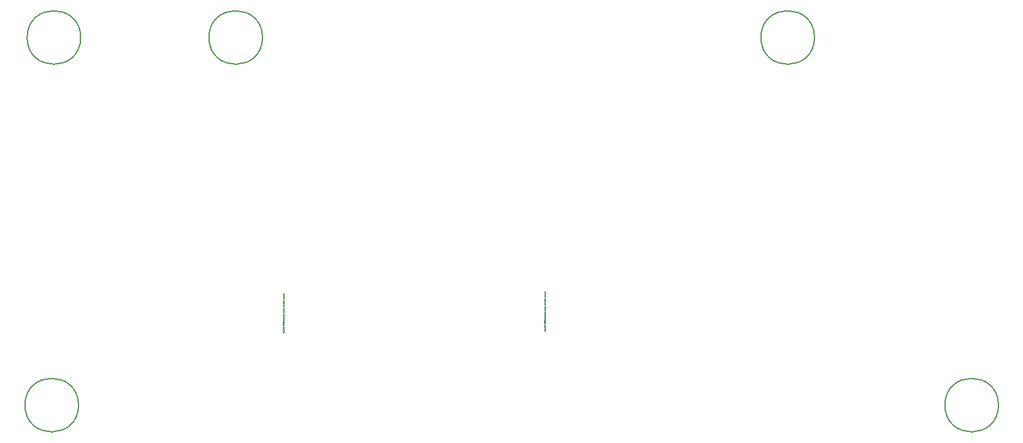
<source format=gbr>
G04 #@! TF.GenerationSoftware,KiCad,Pcbnew,(5.1.5)-3*
G04 #@! TF.CreationDate,2020-04-03T23:56:41-04:00*
G04 #@! TF.ProjectId,BBB_16,4242425f-3136-42e6-9b69-6361645f7063,v1*
G04 #@! TF.SameCoordinates,Original*
G04 #@! TF.FileFunction,Other,Comment*
%FSLAX46Y46*%
G04 Gerber Fmt 4.6, Leading zero omitted, Abs format (unit mm)*
G04 Created by KiCad (PCBNEW (5.1.5)-3) date 2020-04-03 23:56:41*
%MOMM*%
%LPD*%
G04 APERTURE LIST*
%ADD10C,0.150000*%
%ADD11C,0.002000*%
G04 APERTURE END LIST*
D10*
X186427600Y-66318600D02*
G75*
G03X186427600Y-66318600I-3700000J0D01*
G01*
X110227600Y-66318600D02*
G75*
G03X110227600Y-66318600I-3700000J0D01*
G01*
X85127600Y-66318600D02*
G75*
G03X85127600Y-66318600I-3700000J0D01*
G01*
X84827600Y-117118600D02*
G75*
G03X84827600Y-117118600I-3700000J0D01*
G01*
X211827600Y-117118600D02*
G75*
G03X211827600Y-117118600I-3700000J0D01*
G01*
D11*
X149230357Y-106785633D02*
X149236404Y-106791680D01*
X149242452Y-106809823D01*
X149242452Y-106821919D01*
X149236404Y-106840061D01*
X149224309Y-106852157D01*
X149212214Y-106858204D01*
X149188023Y-106864252D01*
X149169880Y-106864252D01*
X149145690Y-106858204D01*
X149133595Y-106852157D01*
X149121500Y-106840061D01*
X149115452Y-106821919D01*
X149115452Y-106809823D01*
X149121500Y-106791680D01*
X149127547Y-106785633D01*
X149242452Y-106713061D02*
X149236404Y-106725157D01*
X149230357Y-106731204D01*
X149218261Y-106737252D01*
X149181976Y-106737252D01*
X149169880Y-106731204D01*
X149163833Y-106725157D01*
X149157785Y-106713061D01*
X149157785Y-106694919D01*
X149163833Y-106682823D01*
X149169880Y-106676776D01*
X149181976Y-106670728D01*
X149218261Y-106670728D01*
X149230357Y-106676776D01*
X149236404Y-106682823D01*
X149242452Y-106694919D01*
X149242452Y-106713061D01*
X149157785Y-106616300D02*
X149284785Y-106616300D01*
X149163833Y-106616300D02*
X149157785Y-106604204D01*
X149157785Y-106580014D01*
X149163833Y-106567919D01*
X149169880Y-106561871D01*
X149181976Y-106555823D01*
X149218261Y-106555823D01*
X149230357Y-106561871D01*
X149236404Y-106567919D01*
X149242452Y-106580014D01*
X149242452Y-106604204D01*
X149236404Y-106616300D01*
X149157785Y-106513490D02*
X149242452Y-106483252D01*
X149157785Y-106453014D02*
X149242452Y-106483252D01*
X149272690Y-106495347D01*
X149278738Y-106501395D01*
X149284785Y-106513490D01*
X149242452Y-106404633D02*
X149157785Y-106404633D01*
X149181976Y-106404633D02*
X149169880Y-106398585D01*
X149163833Y-106392538D01*
X149157785Y-106380442D01*
X149157785Y-106368347D01*
X149242452Y-106326014D02*
X149157785Y-106326014D01*
X149115452Y-106326014D02*
X149121500Y-106332061D01*
X149127547Y-106326014D01*
X149121500Y-106319966D01*
X149115452Y-106326014D01*
X149127547Y-106326014D01*
X149157785Y-106211109D02*
X149260595Y-106211109D01*
X149272690Y-106217157D01*
X149278738Y-106223204D01*
X149284785Y-106235300D01*
X149284785Y-106253442D01*
X149278738Y-106265538D01*
X149236404Y-106211109D02*
X149242452Y-106223204D01*
X149242452Y-106247395D01*
X149236404Y-106259490D01*
X149230357Y-106265538D01*
X149218261Y-106271585D01*
X149181976Y-106271585D01*
X149169880Y-106265538D01*
X149163833Y-106259490D01*
X149157785Y-106247395D01*
X149157785Y-106223204D01*
X149163833Y-106211109D01*
X149242452Y-106150633D02*
X149115452Y-106150633D01*
X149242452Y-106096204D02*
X149175928Y-106096204D01*
X149163833Y-106102252D01*
X149157785Y-106114347D01*
X149157785Y-106132490D01*
X149163833Y-106144585D01*
X149169880Y-106150633D01*
X149157785Y-106053871D02*
X149157785Y-106005490D01*
X149115452Y-106035728D02*
X149224309Y-106035728D01*
X149236404Y-106029680D01*
X149242452Y-106017585D01*
X149242452Y-106005490D01*
X149127547Y-105872442D02*
X149121500Y-105866395D01*
X149115452Y-105854300D01*
X149115452Y-105824061D01*
X149121500Y-105811966D01*
X149127547Y-105805919D01*
X149139642Y-105799871D01*
X149151738Y-105799871D01*
X149169880Y-105805919D01*
X149242452Y-105878490D01*
X149242452Y-105799871D01*
X149115452Y-105721252D02*
X149115452Y-105709157D01*
X149121500Y-105697061D01*
X149127547Y-105691014D01*
X149139642Y-105684966D01*
X149163833Y-105678919D01*
X149194071Y-105678919D01*
X149218261Y-105684966D01*
X149230357Y-105691014D01*
X149236404Y-105697061D01*
X149242452Y-105709157D01*
X149242452Y-105721252D01*
X149236404Y-105733347D01*
X149230357Y-105739395D01*
X149218261Y-105745442D01*
X149194071Y-105751490D01*
X149163833Y-105751490D01*
X149139642Y-105745442D01*
X149127547Y-105739395D01*
X149121500Y-105733347D01*
X149115452Y-105721252D01*
X149242452Y-105557966D02*
X149242452Y-105630538D01*
X149242452Y-105594252D02*
X149115452Y-105594252D01*
X149133595Y-105606347D01*
X149145690Y-105618442D01*
X149151738Y-105630538D01*
X149115452Y-105449109D02*
X149115452Y-105473300D01*
X149121500Y-105485395D01*
X149127547Y-105491442D01*
X149145690Y-105503538D01*
X149169880Y-105509585D01*
X149218261Y-105509585D01*
X149230357Y-105503538D01*
X149236404Y-105497490D01*
X149242452Y-105485395D01*
X149242452Y-105461204D01*
X149236404Y-105449109D01*
X149230357Y-105443061D01*
X149218261Y-105437014D01*
X149188023Y-105437014D01*
X149175928Y-105443061D01*
X149169880Y-105449109D01*
X149163833Y-105461204D01*
X149163833Y-105485395D01*
X149169880Y-105497490D01*
X149175928Y-105503538D01*
X149188023Y-105509585D01*
X149206166Y-105291871D02*
X149206166Y-105231395D01*
X149242452Y-105303966D02*
X149115452Y-105261633D01*
X149242452Y-105219300D01*
X149236404Y-105122538D02*
X149242452Y-105134633D01*
X149242452Y-105158823D01*
X149236404Y-105170919D01*
X149230357Y-105176966D01*
X149218261Y-105183014D01*
X149181976Y-105183014D01*
X149169880Y-105176966D01*
X149163833Y-105170919D01*
X149157785Y-105158823D01*
X149157785Y-105134633D01*
X149163833Y-105122538D01*
X149236404Y-105013680D02*
X149242452Y-105025776D01*
X149242452Y-105049966D01*
X149236404Y-105062061D01*
X149230357Y-105068109D01*
X149218261Y-105074157D01*
X149181976Y-105074157D01*
X149169880Y-105068109D01*
X149163833Y-105062061D01*
X149157785Y-105049966D01*
X149157785Y-105025776D01*
X149163833Y-105013680D01*
X149236404Y-104910871D02*
X149242452Y-104922966D01*
X149242452Y-104947157D01*
X149236404Y-104959252D01*
X149224309Y-104965300D01*
X149175928Y-104965300D01*
X149163833Y-104959252D01*
X149157785Y-104947157D01*
X149157785Y-104922966D01*
X149163833Y-104910871D01*
X149175928Y-104904823D01*
X149188023Y-104904823D01*
X149200119Y-104965300D01*
X149242452Y-104832252D02*
X149236404Y-104844347D01*
X149224309Y-104850395D01*
X149115452Y-104850395D01*
X149236404Y-104735490D02*
X149242452Y-104747585D01*
X149242452Y-104771776D01*
X149236404Y-104783871D01*
X149224309Y-104789919D01*
X149175928Y-104789919D01*
X149163833Y-104783871D01*
X149157785Y-104771776D01*
X149157785Y-104747585D01*
X149163833Y-104735490D01*
X149175928Y-104729442D01*
X149188023Y-104729442D01*
X149200119Y-104789919D01*
X149242452Y-104675014D02*
X149157785Y-104675014D01*
X149181976Y-104675014D02*
X149169880Y-104668966D01*
X149163833Y-104662919D01*
X149157785Y-104650823D01*
X149157785Y-104638728D01*
X149242452Y-104541966D02*
X149175928Y-104541966D01*
X149163833Y-104548014D01*
X149157785Y-104560109D01*
X149157785Y-104584300D01*
X149163833Y-104596395D01*
X149236404Y-104541966D02*
X149242452Y-104554061D01*
X149242452Y-104584300D01*
X149236404Y-104596395D01*
X149224309Y-104602442D01*
X149212214Y-104602442D01*
X149200119Y-104596395D01*
X149194071Y-104584300D01*
X149194071Y-104554061D01*
X149188023Y-104541966D01*
X149157785Y-104499633D02*
X149157785Y-104451252D01*
X149115452Y-104481490D02*
X149224309Y-104481490D01*
X149236404Y-104475442D01*
X149242452Y-104463347D01*
X149242452Y-104451252D01*
X149236404Y-104360538D02*
X149242452Y-104372633D01*
X149242452Y-104396823D01*
X149236404Y-104408919D01*
X149224309Y-104414966D01*
X149175928Y-104414966D01*
X149163833Y-104408919D01*
X149157785Y-104396823D01*
X149157785Y-104372633D01*
X149163833Y-104360538D01*
X149175928Y-104354490D01*
X149188023Y-104354490D01*
X149200119Y-104414966D01*
X149242452Y-104245633D02*
X149115452Y-104245633D01*
X149236404Y-104245633D02*
X149242452Y-104257728D01*
X149242452Y-104281919D01*
X149236404Y-104294014D01*
X149230357Y-104300061D01*
X149218261Y-104306109D01*
X149181976Y-104306109D01*
X149169880Y-104300061D01*
X149163833Y-104294014D01*
X149157785Y-104281919D01*
X149157785Y-104257728D01*
X149163833Y-104245633D01*
X149242452Y-104088395D02*
X149115452Y-104088395D01*
X149115452Y-104058157D01*
X149121500Y-104040014D01*
X149133595Y-104027919D01*
X149145690Y-104021871D01*
X149169880Y-104015823D01*
X149188023Y-104015823D01*
X149212214Y-104021871D01*
X149224309Y-104027919D01*
X149236404Y-104040014D01*
X149242452Y-104058157D01*
X149242452Y-104088395D01*
X149236404Y-103913014D02*
X149242452Y-103925109D01*
X149242452Y-103949300D01*
X149236404Y-103961395D01*
X149224309Y-103967442D01*
X149175928Y-103967442D01*
X149163833Y-103961395D01*
X149157785Y-103949300D01*
X149157785Y-103925109D01*
X149163833Y-103913014D01*
X149175928Y-103906966D01*
X149188023Y-103906966D01*
X149200119Y-103967442D01*
X149236404Y-103858585D02*
X149242452Y-103846490D01*
X149242452Y-103822300D01*
X149236404Y-103810204D01*
X149224309Y-103804157D01*
X149218261Y-103804157D01*
X149206166Y-103810204D01*
X149200119Y-103822300D01*
X149200119Y-103840442D01*
X149194071Y-103852538D01*
X149181976Y-103858585D01*
X149175928Y-103858585D01*
X149163833Y-103852538D01*
X149157785Y-103840442D01*
X149157785Y-103822300D01*
X149163833Y-103810204D01*
X149242452Y-103749728D02*
X149157785Y-103749728D01*
X149115452Y-103749728D02*
X149121500Y-103755776D01*
X149127547Y-103749728D01*
X149121500Y-103743680D01*
X149115452Y-103749728D01*
X149127547Y-103749728D01*
X149157785Y-103634823D02*
X149260595Y-103634823D01*
X149272690Y-103640871D01*
X149278738Y-103646919D01*
X149284785Y-103659014D01*
X149284785Y-103677157D01*
X149278738Y-103689252D01*
X149236404Y-103634823D02*
X149242452Y-103646919D01*
X149242452Y-103671109D01*
X149236404Y-103683204D01*
X149230357Y-103689252D01*
X149218261Y-103695300D01*
X149181976Y-103695300D01*
X149169880Y-103689252D01*
X149163833Y-103683204D01*
X149157785Y-103671109D01*
X149157785Y-103646919D01*
X149163833Y-103634823D01*
X149157785Y-103574347D02*
X149242452Y-103574347D01*
X149169880Y-103574347D02*
X149163833Y-103568300D01*
X149157785Y-103556204D01*
X149157785Y-103538061D01*
X149163833Y-103525966D01*
X149175928Y-103519919D01*
X149242452Y-103519919D01*
X149236404Y-103465490D02*
X149242452Y-103453395D01*
X149242452Y-103429204D01*
X149236404Y-103417109D01*
X149224309Y-103411061D01*
X149218261Y-103411061D01*
X149206166Y-103417109D01*
X149200119Y-103429204D01*
X149200119Y-103447347D01*
X149194071Y-103459442D01*
X149181976Y-103465490D01*
X149175928Y-103465490D01*
X149163833Y-103459442D01*
X149157785Y-103447347D01*
X149157785Y-103429204D01*
X149163833Y-103417109D01*
X149230357Y-103356633D02*
X149236404Y-103350585D01*
X149242452Y-103356633D01*
X149236404Y-103362680D01*
X149230357Y-103356633D01*
X149242452Y-103356633D01*
X149206166Y-103205442D02*
X149206166Y-103144966D01*
X149242452Y-103217538D02*
X149115452Y-103175204D01*
X149242452Y-103132871D01*
X149242452Y-103072395D02*
X149236404Y-103084490D01*
X149224309Y-103090538D01*
X149115452Y-103090538D01*
X149242452Y-103005871D02*
X149236404Y-103017966D01*
X149224309Y-103024014D01*
X149115452Y-103024014D01*
X149242452Y-102860728D02*
X149157785Y-102860728D01*
X149181976Y-102860728D02*
X149169880Y-102854680D01*
X149163833Y-102848633D01*
X149157785Y-102836538D01*
X149157785Y-102824442D01*
X149242452Y-102782109D02*
X149157785Y-102782109D01*
X149115452Y-102782109D02*
X149121500Y-102788157D01*
X149127547Y-102782109D01*
X149121500Y-102776061D01*
X149115452Y-102782109D01*
X149127547Y-102782109D01*
X149157785Y-102667204D02*
X149260595Y-102667204D01*
X149272690Y-102673252D01*
X149278738Y-102679300D01*
X149284785Y-102691395D01*
X149284785Y-102709538D01*
X149278738Y-102721633D01*
X149236404Y-102667204D02*
X149242452Y-102679300D01*
X149242452Y-102703490D01*
X149236404Y-102715585D01*
X149230357Y-102721633D01*
X149218261Y-102727680D01*
X149181976Y-102727680D01*
X149169880Y-102721633D01*
X149163833Y-102715585D01*
X149157785Y-102703490D01*
X149157785Y-102679300D01*
X149163833Y-102667204D01*
X149242452Y-102606728D02*
X149115452Y-102606728D01*
X149242452Y-102552300D02*
X149175928Y-102552300D01*
X149163833Y-102558347D01*
X149157785Y-102570442D01*
X149157785Y-102588585D01*
X149163833Y-102600680D01*
X149169880Y-102606728D01*
X149157785Y-102509966D02*
X149157785Y-102461585D01*
X149115452Y-102491823D02*
X149224309Y-102491823D01*
X149236404Y-102485776D01*
X149242452Y-102473680D01*
X149242452Y-102461585D01*
X149236404Y-102425300D02*
X149242452Y-102413204D01*
X149242452Y-102389014D01*
X149236404Y-102376919D01*
X149224309Y-102370871D01*
X149218261Y-102370871D01*
X149206166Y-102376919D01*
X149200119Y-102389014D01*
X149200119Y-102407157D01*
X149194071Y-102419252D01*
X149181976Y-102425300D01*
X149175928Y-102425300D01*
X149163833Y-102419252D01*
X149157785Y-102407157D01*
X149157785Y-102389014D01*
X149163833Y-102376919D01*
X149242452Y-102219680D02*
X149157785Y-102219680D01*
X149181976Y-102219680D02*
X149169880Y-102213633D01*
X149163833Y-102207585D01*
X149157785Y-102195490D01*
X149157785Y-102183395D01*
X149236404Y-102092680D02*
X149242452Y-102104776D01*
X149242452Y-102128966D01*
X149236404Y-102141061D01*
X149224309Y-102147109D01*
X149175928Y-102147109D01*
X149163833Y-102141061D01*
X149157785Y-102128966D01*
X149157785Y-102104776D01*
X149163833Y-102092680D01*
X149175928Y-102086633D01*
X149188023Y-102086633D01*
X149200119Y-102147109D01*
X149236404Y-102038252D02*
X149242452Y-102026157D01*
X149242452Y-102001966D01*
X149236404Y-101989871D01*
X149224309Y-101983823D01*
X149218261Y-101983823D01*
X149206166Y-101989871D01*
X149200119Y-102001966D01*
X149200119Y-102020109D01*
X149194071Y-102032204D01*
X149181976Y-102038252D01*
X149175928Y-102038252D01*
X149163833Y-102032204D01*
X149157785Y-102020109D01*
X149157785Y-102001966D01*
X149163833Y-101989871D01*
X149236404Y-101881014D02*
X149242452Y-101893109D01*
X149242452Y-101917300D01*
X149236404Y-101929395D01*
X149224309Y-101935442D01*
X149175928Y-101935442D01*
X149163833Y-101929395D01*
X149157785Y-101917300D01*
X149157785Y-101893109D01*
X149163833Y-101881014D01*
X149175928Y-101874966D01*
X149188023Y-101874966D01*
X149200119Y-101935442D01*
X149242452Y-101820538D02*
X149157785Y-101820538D01*
X149181976Y-101820538D02*
X149169880Y-101814490D01*
X149163833Y-101808442D01*
X149157785Y-101796347D01*
X149157785Y-101784252D01*
X149157785Y-101754014D02*
X149242452Y-101723776D01*
X149157785Y-101693538D01*
X149236404Y-101596776D02*
X149242452Y-101608871D01*
X149242452Y-101633061D01*
X149236404Y-101645157D01*
X149224309Y-101651204D01*
X149175928Y-101651204D01*
X149163833Y-101645157D01*
X149157785Y-101633061D01*
X149157785Y-101608871D01*
X149163833Y-101596776D01*
X149175928Y-101590728D01*
X149188023Y-101590728D01*
X149200119Y-101651204D01*
X149242452Y-101481871D02*
X149115452Y-101481871D01*
X149236404Y-101481871D02*
X149242452Y-101493966D01*
X149242452Y-101518157D01*
X149236404Y-101530252D01*
X149230357Y-101536300D01*
X149218261Y-101542347D01*
X149181976Y-101542347D01*
X149169880Y-101536300D01*
X149163833Y-101530252D01*
X149157785Y-101518157D01*
X149157785Y-101493966D01*
X149163833Y-101481871D01*
X149230357Y-101421395D02*
X149236404Y-101415347D01*
X149242452Y-101421395D01*
X149236404Y-101427442D01*
X149230357Y-101421395D01*
X149242452Y-101421395D01*
X113162357Y-107039633D02*
X113168404Y-107045680D01*
X113174452Y-107063823D01*
X113174452Y-107075919D01*
X113168404Y-107094061D01*
X113156309Y-107106157D01*
X113144214Y-107112204D01*
X113120023Y-107118252D01*
X113101880Y-107118252D01*
X113077690Y-107112204D01*
X113065595Y-107106157D01*
X113053500Y-107094061D01*
X113047452Y-107075919D01*
X113047452Y-107063823D01*
X113053500Y-107045680D01*
X113059547Y-107039633D01*
X113174452Y-106967061D02*
X113168404Y-106979157D01*
X113162357Y-106985204D01*
X113150261Y-106991252D01*
X113113976Y-106991252D01*
X113101880Y-106985204D01*
X113095833Y-106979157D01*
X113089785Y-106967061D01*
X113089785Y-106948919D01*
X113095833Y-106936823D01*
X113101880Y-106930776D01*
X113113976Y-106924728D01*
X113150261Y-106924728D01*
X113162357Y-106930776D01*
X113168404Y-106936823D01*
X113174452Y-106948919D01*
X113174452Y-106967061D01*
X113089785Y-106870300D02*
X113216785Y-106870300D01*
X113095833Y-106870300D02*
X113089785Y-106858204D01*
X113089785Y-106834014D01*
X113095833Y-106821919D01*
X113101880Y-106815871D01*
X113113976Y-106809823D01*
X113150261Y-106809823D01*
X113162357Y-106815871D01*
X113168404Y-106821919D01*
X113174452Y-106834014D01*
X113174452Y-106858204D01*
X113168404Y-106870300D01*
X113089785Y-106767490D02*
X113174452Y-106737252D01*
X113089785Y-106707014D02*
X113174452Y-106737252D01*
X113204690Y-106749347D01*
X113210738Y-106755395D01*
X113216785Y-106767490D01*
X113174452Y-106658633D02*
X113089785Y-106658633D01*
X113113976Y-106658633D02*
X113101880Y-106652585D01*
X113095833Y-106646538D01*
X113089785Y-106634442D01*
X113089785Y-106622347D01*
X113174452Y-106580014D02*
X113089785Y-106580014D01*
X113047452Y-106580014D02*
X113053500Y-106586061D01*
X113059547Y-106580014D01*
X113053500Y-106573966D01*
X113047452Y-106580014D01*
X113059547Y-106580014D01*
X113089785Y-106465109D02*
X113192595Y-106465109D01*
X113204690Y-106471157D01*
X113210738Y-106477204D01*
X113216785Y-106489300D01*
X113216785Y-106507442D01*
X113210738Y-106519538D01*
X113168404Y-106465109D02*
X113174452Y-106477204D01*
X113174452Y-106501395D01*
X113168404Y-106513490D01*
X113162357Y-106519538D01*
X113150261Y-106525585D01*
X113113976Y-106525585D01*
X113101880Y-106519538D01*
X113095833Y-106513490D01*
X113089785Y-106501395D01*
X113089785Y-106477204D01*
X113095833Y-106465109D01*
X113174452Y-106404633D02*
X113047452Y-106404633D01*
X113174452Y-106350204D02*
X113107928Y-106350204D01*
X113095833Y-106356252D01*
X113089785Y-106368347D01*
X113089785Y-106386490D01*
X113095833Y-106398585D01*
X113101880Y-106404633D01*
X113089785Y-106307871D02*
X113089785Y-106259490D01*
X113047452Y-106289728D02*
X113156309Y-106289728D01*
X113168404Y-106283680D01*
X113174452Y-106271585D01*
X113174452Y-106259490D01*
X113059547Y-106126442D02*
X113053500Y-106120395D01*
X113047452Y-106108300D01*
X113047452Y-106078061D01*
X113053500Y-106065966D01*
X113059547Y-106059919D01*
X113071642Y-106053871D01*
X113083738Y-106053871D01*
X113101880Y-106059919D01*
X113174452Y-106132490D01*
X113174452Y-106053871D01*
X113047452Y-105975252D02*
X113047452Y-105963157D01*
X113053500Y-105951061D01*
X113059547Y-105945014D01*
X113071642Y-105938966D01*
X113095833Y-105932919D01*
X113126071Y-105932919D01*
X113150261Y-105938966D01*
X113162357Y-105945014D01*
X113168404Y-105951061D01*
X113174452Y-105963157D01*
X113174452Y-105975252D01*
X113168404Y-105987347D01*
X113162357Y-105993395D01*
X113150261Y-105999442D01*
X113126071Y-106005490D01*
X113095833Y-106005490D01*
X113071642Y-105999442D01*
X113059547Y-105993395D01*
X113053500Y-105987347D01*
X113047452Y-105975252D01*
X113174452Y-105811966D02*
X113174452Y-105884538D01*
X113174452Y-105848252D02*
X113047452Y-105848252D01*
X113065595Y-105860347D01*
X113077690Y-105872442D01*
X113083738Y-105884538D01*
X113047452Y-105703109D02*
X113047452Y-105727300D01*
X113053500Y-105739395D01*
X113059547Y-105745442D01*
X113077690Y-105757538D01*
X113101880Y-105763585D01*
X113150261Y-105763585D01*
X113162357Y-105757538D01*
X113168404Y-105751490D01*
X113174452Y-105739395D01*
X113174452Y-105715204D01*
X113168404Y-105703109D01*
X113162357Y-105697061D01*
X113150261Y-105691014D01*
X113120023Y-105691014D01*
X113107928Y-105697061D01*
X113101880Y-105703109D01*
X113095833Y-105715204D01*
X113095833Y-105739395D01*
X113101880Y-105751490D01*
X113107928Y-105757538D01*
X113120023Y-105763585D01*
X113138166Y-105545871D02*
X113138166Y-105485395D01*
X113174452Y-105557966D02*
X113047452Y-105515633D01*
X113174452Y-105473300D01*
X113168404Y-105376538D02*
X113174452Y-105388633D01*
X113174452Y-105412823D01*
X113168404Y-105424919D01*
X113162357Y-105430966D01*
X113150261Y-105437014D01*
X113113976Y-105437014D01*
X113101880Y-105430966D01*
X113095833Y-105424919D01*
X113089785Y-105412823D01*
X113089785Y-105388633D01*
X113095833Y-105376538D01*
X113168404Y-105267680D02*
X113174452Y-105279776D01*
X113174452Y-105303966D01*
X113168404Y-105316061D01*
X113162357Y-105322109D01*
X113150261Y-105328157D01*
X113113976Y-105328157D01*
X113101880Y-105322109D01*
X113095833Y-105316061D01*
X113089785Y-105303966D01*
X113089785Y-105279776D01*
X113095833Y-105267680D01*
X113168404Y-105164871D02*
X113174452Y-105176966D01*
X113174452Y-105201157D01*
X113168404Y-105213252D01*
X113156309Y-105219300D01*
X113107928Y-105219300D01*
X113095833Y-105213252D01*
X113089785Y-105201157D01*
X113089785Y-105176966D01*
X113095833Y-105164871D01*
X113107928Y-105158823D01*
X113120023Y-105158823D01*
X113132119Y-105219300D01*
X113174452Y-105086252D02*
X113168404Y-105098347D01*
X113156309Y-105104395D01*
X113047452Y-105104395D01*
X113168404Y-104989490D02*
X113174452Y-105001585D01*
X113174452Y-105025776D01*
X113168404Y-105037871D01*
X113156309Y-105043919D01*
X113107928Y-105043919D01*
X113095833Y-105037871D01*
X113089785Y-105025776D01*
X113089785Y-105001585D01*
X113095833Y-104989490D01*
X113107928Y-104983442D01*
X113120023Y-104983442D01*
X113132119Y-105043919D01*
X113174452Y-104929014D02*
X113089785Y-104929014D01*
X113113976Y-104929014D02*
X113101880Y-104922966D01*
X113095833Y-104916919D01*
X113089785Y-104904823D01*
X113089785Y-104892728D01*
X113174452Y-104795966D02*
X113107928Y-104795966D01*
X113095833Y-104802014D01*
X113089785Y-104814109D01*
X113089785Y-104838300D01*
X113095833Y-104850395D01*
X113168404Y-104795966D02*
X113174452Y-104808061D01*
X113174452Y-104838300D01*
X113168404Y-104850395D01*
X113156309Y-104856442D01*
X113144214Y-104856442D01*
X113132119Y-104850395D01*
X113126071Y-104838300D01*
X113126071Y-104808061D01*
X113120023Y-104795966D01*
X113089785Y-104753633D02*
X113089785Y-104705252D01*
X113047452Y-104735490D02*
X113156309Y-104735490D01*
X113168404Y-104729442D01*
X113174452Y-104717347D01*
X113174452Y-104705252D01*
X113168404Y-104614538D02*
X113174452Y-104626633D01*
X113174452Y-104650823D01*
X113168404Y-104662919D01*
X113156309Y-104668966D01*
X113107928Y-104668966D01*
X113095833Y-104662919D01*
X113089785Y-104650823D01*
X113089785Y-104626633D01*
X113095833Y-104614538D01*
X113107928Y-104608490D01*
X113120023Y-104608490D01*
X113132119Y-104668966D01*
X113174452Y-104499633D02*
X113047452Y-104499633D01*
X113168404Y-104499633D02*
X113174452Y-104511728D01*
X113174452Y-104535919D01*
X113168404Y-104548014D01*
X113162357Y-104554061D01*
X113150261Y-104560109D01*
X113113976Y-104560109D01*
X113101880Y-104554061D01*
X113095833Y-104548014D01*
X113089785Y-104535919D01*
X113089785Y-104511728D01*
X113095833Y-104499633D01*
X113174452Y-104342395D02*
X113047452Y-104342395D01*
X113047452Y-104312157D01*
X113053500Y-104294014D01*
X113065595Y-104281919D01*
X113077690Y-104275871D01*
X113101880Y-104269823D01*
X113120023Y-104269823D01*
X113144214Y-104275871D01*
X113156309Y-104281919D01*
X113168404Y-104294014D01*
X113174452Y-104312157D01*
X113174452Y-104342395D01*
X113168404Y-104167014D02*
X113174452Y-104179109D01*
X113174452Y-104203300D01*
X113168404Y-104215395D01*
X113156309Y-104221442D01*
X113107928Y-104221442D01*
X113095833Y-104215395D01*
X113089785Y-104203300D01*
X113089785Y-104179109D01*
X113095833Y-104167014D01*
X113107928Y-104160966D01*
X113120023Y-104160966D01*
X113132119Y-104221442D01*
X113168404Y-104112585D02*
X113174452Y-104100490D01*
X113174452Y-104076300D01*
X113168404Y-104064204D01*
X113156309Y-104058157D01*
X113150261Y-104058157D01*
X113138166Y-104064204D01*
X113132119Y-104076300D01*
X113132119Y-104094442D01*
X113126071Y-104106538D01*
X113113976Y-104112585D01*
X113107928Y-104112585D01*
X113095833Y-104106538D01*
X113089785Y-104094442D01*
X113089785Y-104076300D01*
X113095833Y-104064204D01*
X113174452Y-104003728D02*
X113089785Y-104003728D01*
X113047452Y-104003728D02*
X113053500Y-104009776D01*
X113059547Y-104003728D01*
X113053500Y-103997680D01*
X113047452Y-104003728D01*
X113059547Y-104003728D01*
X113089785Y-103888823D02*
X113192595Y-103888823D01*
X113204690Y-103894871D01*
X113210738Y-103900919D01*
X113216785Y-103913014D01*
X113216785Y-103931157D01*
X113210738Y-103943252D01*
X113168404Y-103888823D02*
X113174452Y-103900919D01*
X113174452Y-103925109D01*
X113168404Y-103937204D01*
X113162357Y-103943252D01*
X113150261Y-103949300D01*
X113113976Y-103949300D01*
X113101880Y-103943252D01*
X113095833Y-103937204D01*
X113089785Y-103925109D01*
X113089785Y-103900919D01*
X113095833Y-103888823D01*
X113089785Y-103828347D02*
X113174452Y-103828347D01*
X113101880Y-103828347D02*
X113095833Y-103822300D01*
X113089785Y-103810204D01*
X113089785Y-103792061D01*
X113095833Y-103779966D01*
X113107928Y-103773919D01*
X113174452Y-103773919D01*
X113168404Y-103719490D02*
X113174452Y-103707395D01*
X113174452Y-103683204D01*
X113168404Y-103671109D01*
X113156309Y-103665061D01*
X113150261Y-103665061D01*
X113138166Y-103671109D01*
X113132119Y-103683204D01*
X113132119Y-103701347D01*
X113126071Y-103713442D01*
X113113976Y-103719490D01*
X113107928Y-103719490D01*
X113095833Y-103713442D01*
X113089785Y-103701347D01*
X113089785Y-103683204D01*
X113095833Y-103671109D01*
X113162357Y-103610633D02*
X113168404Y-103604585D01*
X113174452Y-103610633D01*
X113168404Y-103616680D01*
X113162357Y-103610633D01*
X113174452Y-103610633D01*
X113138166Y-103459442D02*
X113138166Y-103398966D01*
X113174452Y-103471538D02*
X113047452Y-103429204D01*
X113174452Y-103386871D01*
X113174452Y-103326395D02*
X113168404Y-103338490D01*
X113156309Y-103344538D01*
X113047452Y-103344538D01*
X113174452Y-103259871D02*
X113168404Y-103271966D01*
X113156309Y-103278014D01*
X113047452Y-103278014D01*
X113174452Y-103114728D02*
X113089785Y-103114728D01*
X113113976Y-103114728D02*
X113101880Y-103108680D01*
X113095833Y-103102633D01*
X113089785Y-103090538D01*
X113089785Y-103078442D01*
X113174452Y-103036109D02*
X113089785Y-103036109D01*
X113047452Y-103036109D02*
X113053500Y-103042157D01*
X113059547Y-103036109D01*
X113053500Y-103030061D01*
X113047452Y-103036109D01*
X113059547Y-103036109D01*
X113089785Y-102921204D02*
X113192595Y-102921204D01*
X113204690Y-102927252D01*
X113210738Y-102933300D01*
X113216785Y-102945395D01*
X113216785Y-102963538D01*
X113210738Y-102975633D01*
X113168404Y-102921204D02*
X113174452Y-102933300D01*
X113174452Y-102957490D01*
X113168404Y-102969585D01*
X113162357Y-102975633D01*
X113150261Y-102981680D01*
X113113976Y-102981680D01*
X113101880Y-102975633D01*
X113095833Y-102969585D01*
X113089785Y-102957490D01*
X113089785Y-102933300D01*
X113095833Y-102921204D01*
X113174452Y-102860728D02*
X113047452Y-102860728D01*
X113174452Y-102806300D02*
X113107928Y-102806300D01*
X113095833Y-102812347D01*
X113089785Y-102824442D01*
X113089785Y-102842585D01*
X113095833Y-102854680D01*
X113101880Y-102860728D01*
X113089785Y-102763966D02*
X113089785Y-102715585D01*
X113047452Y-102745823D02*
X113156309Y-102745823D01*
X113168404Y-102739776D01*
X113174452Y-102727680D01*
X113174452Y-102715585D01*
X113168404Y-102679300D02*
X113174452Y-102667204D01*
X113174452Y-102643014D01*
X113168404Y-102630919D01*
X113156309Y-102624871D01*
X113150261Y-102624871D01*
X113138166Y-102630919D01*
X113132119Y-102643014D01*
X113132119Y-102661157D01*
X113126071Y-102673252D01*
X113113976Y-102679300D01*
X113107928Y-102679300D01*
X113095833Y-102673252D01*
X113089785Y-102661157D01*
X113089785Y-102643014D01*
X113095833Y-102630919D01*
X113174452Y-102473680D02*
X113089785Y-102473680D01*
X113113976Y-102473680D02*
X113101880Y-102467633D01*
X113095833Y-102461585D01*
X113089785Y-102449490D01*
X113089785Y-102437395D01*
X113168404Y-102346680D02*
X113174452Y-102358776D01*
X113174452Y-102382966D01*
X113168404Y-102395061D01*
X113156309Y-102401109D01*
X113107928Y-102401109D01*
X113095833Y-102395061D01*
X113089785Y-102382966D01*
X113089785Y-102358776D01*
X113095833Y-102346680D01*
X113107928Y-102340633D01*
X113120023Y-102340633D01*
X113132119Y-102401109D01*
X113168404Y-102292252D02*
X113174452Y-102280157D01*
X113174452Y-102255966D01*
X113168404Y-102243871D01*
X113156309Y-102237823D01*
X113150261Y-102237823D01*
X113138166Y-102243871D01*
X113132119Y-102255966D01*
X113132119Y-102274109D01*
X113126071Y-102286204D01*
X113113976Y-102292252D01*
X113107928Y-102292252D01*
X113095833Y-102286204D01*
X113089785Y-102274109D01*
X113089785Y-102255966D01*
X113095833Y-102243871D01*
X113168404Y-102135014D02*
X113174452Y-102147109D01*
X113174452Y-102171300D01*
X113168404Y-102183395D01*
X113156309Y-102189442D01*
X113107928Y-102189442D01*
X113095833Y-102183395D01*
X113089785Y-102171300D01*
X113089785Y-102147109D01*
X113095833Y-102135014D01*
X113107928Y-102128966D01*
X113120023Y-102128966D01*
X113132119Y-102189442D01*
X113174452Y-102074538D02*
X113089785Y-102074538D01*
X113113976Y-102074538D02*
X113101880Y-102068490D01*
X113095833Y-102062442D01*
X113089785Y-102050347D01*
X113089785Y-102038252D01*
X113089785Y-102008014D02*
X113174452Y-101977776D01*
X113089785Y-101947538D01*
X113168404Y-101850776D02*
X113174452Y-101862871D01*
X113174452Y-101887061D01*
X113168404Y-101899157D01*
X113156309Y-101905204D01*
X113107928Y-101905204D01*
X113095833Y-101899157D01*
X113089785Y-101887061D01*
X113089785Y-101862871D01*
X113095833Y-101850776D01*
X113107928Y-101844728D01*
X113120023Y-101844728D01*
X113132119Y-101905204D01*
X113174452Y-101735871D02*
X113047452Y-101735871D01*
X113168404Y-101735871D02*
X113174452Y-101747966D01*
X113174452Y-101772157D01*
X113168404Y-101784252D01*
X113162357Y-101790300D01*
X113150261Y-101796347D01*
X113113976Y-101796347D01*
X113101880Y-101790300D01*
X113095833Y-101784252D01*
X113089785Y-101772157D01*
X113089785Y-101747966D01*
X113095833Y-101735871D01*
X113162357Y-101675395D02*
X113168404Y-101669347D01*
X113174452Y-101675395D01*
X113168404Y-101681442D01*
X113162357Y-101675395D01*
X113174452Y-101675395D01*
M02*

</source>
